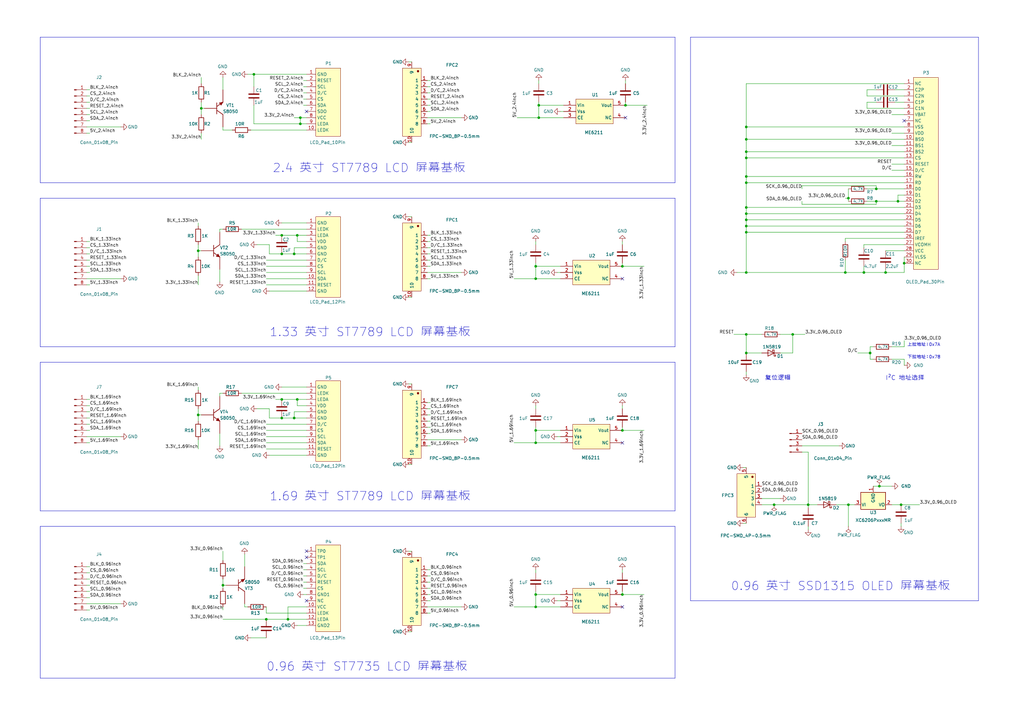
<source format=kicad_sch>
(kicad_sch (version 20230121) (generator eeschema)
  (paper "A3")
  (title_block (title "UINIO-Monitor") (date "2024-01-11") (rev "Version 3.2.1") (company "UinIO.com 电子技术实验室"))
  (lib_symbols
    (symbol "Connector:Conn_01x04_Pin" (pin_names (offset 1.016) hide)
      (property "Reference" "J" (at 0 5.08 0))
      (property "Value" "Conn_01x04_Pin" (at 0 -7.62 0))
      (symbol "Conn_01x04_Pin_1_1"
        (pin passive line (at 5.08 2.54 180) (length 3.81) (name "Pin_1") (number "1"))
        (pin passive line (at 5.08 0 180) (length 3.81) (name "Pin_2") (number "2"))
        (pin passive line (at 5.08 -2.54 180) (length 3.81) (name "Pin_3") (number "3"))
        (pin passive line (at 5.08 -5.08 180) (length 3.81) (name "Pin_4") (number "4"))
      )
    )
    (symbol "Connector:Conn_01x08_Pin" (pin_names (offset 1.016) hide)
      (property "Reference" "J" (at 0 10.16 0))
      (property "Value" "Conn_01x08_Pin" (at 0 -12.7 0))
      (symbol "Conn_01x08_Pin_1_1"
        (pin passive line (at 5.08 7.62 180) (length 3.81) (name "Pin_1") (number "1"))
        (pin passive line (at 5.08 5.08 180) (length 3.81) (name "Pin_2") (number "2"))
        (pin passive line (at 5.08 2.54 180) (length 3.81) (name "Pin_3") (number "3"))
        (pin passive line (at 5.08 0 180) (length 3.81) (name "Pin_4") (number "4"))
        (pin passive line (at 5.08 -2.54 180) (length 3.81) (name "Pin_5") (number "5"))
        (pin passive line (at 5.08 -5.08 180) (length 3.81) (name "Pin_6") (number "6"))
        (pin passive line (at 5.08 -7.62 180) (length 3.81) (name "Pin_7") (number "7"))
        (pin passive line (at 5.08 -10.16 180) (length 3.81) (name "Pin_8") (number "8"))
      )
    )
    (symbol "Device:C" (pin_numbers hide) (pin_names (offset 0.254))
      (property "Reference" "C" (at 0.635 2.54 0))
      (property "Value" "C" (at 0.635 -2.54 0))
      (symbol "C_1_1"
        (pin passive line (at 0 3.81 270) (length 2.794) (name "~") (number "1"))
        (pin passive line (at 0 -3.81 90) (length 2.794) (name "~") (number "2"))
      )
    )
    (symbol "Device:R" (pin_numbers hide) (pin_names (offset 0))
      (property "Reference" "R" (at 2.032 0 90))
      (property "Value" "R" (at 0 0 90))
      (symbol "R_1_1"
        (pin passive line (at 0 3.81 270) (length 1.27) (name "~") (number "1"))
        (pin passive line (at 0 -3.81 90) (length 1.27) (name "~") (number "2"))
      )
    )
    (symbol "Diode:1N5819" (pin_numbers hide) (pin_names (offset 1.016) hide)
      (property "Reference" "D" (at 0 2.54 0))
      (property "Value" "1N5819" (at 0 -2.54 0))
      (symbol "1N5819_1_1"
        (pin passive line (at -3.81 0 0) (length 2.54) (name "K") (number "1"))
        (pin passive line (at 3.81 0 180) (length 2.54) (name "A") (number "2"))
      )
    )
    (symbol "Regulator_Linear:XC6206PxxxMR" (pin_names (offset 0.254))
      (property "Reference" "U" (at -3.81 3.175 0))
      (property "Value" "XC6206PxxxMR" (at 0 3.175 0))
      (symbol "XC6206PxxxMR_1_1"
        (pin power_in line (at 0 -7.62 90) (length 2.54) (name "GND") (number "1"))
        (pin power_out line (at 7.62 0 180) (length 2.54) (name "VO") (number "2"))
        (pin power_in line (at -7.62 0 0) (length 2.54) (name "VI") (number "3"))
      )
    )
    (symbol "Uinio:FPC-SMD_4P-0.5mm"
      (property "Reference" "FPC" (at 0 22.86 0))
      (property "Value" "FPC-SMD_4P-0.5mm" (at 0 -12.7 0))
      (symbol "FPC-SMD_4P-0.5mm_1_1"
        (pin input line (at -6.35 8.89 0) (length 2.54) (name "1") (number "1"))
        (pin input line (at -6.35 6.35 0) (length 2.54) (name "2") (number "2"))
        (pin input line (at -6.35 3.81 0) (length 2.54) (name "3") (number "3"))
        (pin input line (at -6.35 1.27 0) (length 2.54) (name "4") (number "4"))
        (pin input line (at 0 16.51 270) (length 2.54) (name "5") (number "5"))
        (pin input line (at 0 -6.35 90) (length 2.54) (name "6") (number "6"))
      )
    )
    (symbol "Uinio:FPC-SMD_8P-0.5mm" (pin_names (offset 1.016))
      (property "Reference" "FPC" (at 2.54 -21.59 0))
      (property "Value" "FPC-SMD_8P-0.5mm" (at 2.54 21.59 0))
      (symbol "FPC-SMD_8P-0.5mm_1_1"
        (pin input line (at -3.81 8.89 0) (length 2.54) (name "1") (number "1"))
        (pin input line (at 2.54 -16.51 90) (length 2.54) (name "10") (number "10"))
        (pin input line (at -3.81 6.35 0) (length 2.54) (name "2") (number "2"))
        (pin input line (at -3.81 3.81 0) (length 2.54) (name "3") (number "3"))
        (pin input line (at -3.81 1.27 0) (length 2.54) (name "4") (number "4"))
        (pin input line (at -3.81 -1.27 0) (length 2.54) (name "5") (number "5"))
        (pin input line (at -3.81 -3.81 0) (length 2.54) (name "6") (number "6"))
        (pin input line (at -3.81 -6.35 0) (length 2.54) (name "7") (number "7"))
        (pin input line (at -3.81 -8.89 0) (length 2.54) (name "8") (number "8"))
        (pin input line (at 2.54 16.51 270) (length 2.54) (name "9") (number "9"))
      )
    )
    (symbol "Uinio:LCD_Pad_10Pin"
      (property "Reference" "P?" (at -1.27 19.05 0))
      (property "Value" "LCD_Pad_10Pin" (at -1.27 -11.43 0))
      (symbol "LCD_Pad_10Pin_1_0"
        (pin passive line (at -10.16 15.24 0) (length 3.81) (name "GND") (number "1"))
        (pin passive line (at -10.16 -7.62 0) (length 3.81) (name "LEDK") (number "10"))
        (pin passive line (at -10.16 12.7 0) (length 3.81) (name "RESET") (number "2"))
        (pin passive line (at -10.16 10.16 0) (length 3.81) (name "SCL") (number "3"))
        (pin passive line (at -10.16 7.62 0) (length 3.81) (name "D/C") (number "4"))
        (pin passive line (at -10.16 5.08 0) (length 3.81) (name "CS") (number "5"))
        (pin passive line (at -10.16 2.54 0) (length 3.81) (name "SDA") (number "6"))
        (pin passive line (at -10.16 0 0) (length 3.81) (name "SDO") (number "7"))
        (pin passive line (at -10.16 -2.54 0) (length 3.81) (name "VCC") (number "8"))
        (pin passive line (at -10.16 -5.08 0) (length 3.81) (name "LEDA") (number "9"))
      )
    )
    (symbol "Uinio:LCD_Pad_12Pin"
      (property "Reference" "P?" (at -5.08 17.78 0))
      (property "Value" "LCD_Pad_12Pin" (at -11.43 -17.78 0))
      (symbol "LCD_Pad_12Pin_1_0"
        (pin passive line (at -12.7 15.24 0) (length 3.81) (name "GND") (number "1"))
        (pin passive line (at -12.7 -7.62 0) (length 3.81) (name "SDA") (number "10"))
        (pin passive line (at -12.7 -10.16 0) (length 3.81) (name "RESET") (number "11"))
        (pin passive line (at -12.7 -12.7 0) (length 3.81) (name "GND") (number "12"))
        (pin passive line (at -12.7 12.7 0) (length 3.81) (name "LEDK") (number "2"))
        (pin passive line (at -12.7 10.16 0) (length 3.81) (name "LEDA") (number "3"))
        (pin passive line (at -12.7 7.62 0) (length 3.81) (name "VDD") (number "4"))
        (pin passive line (at -12.7 5.08 0) (length 3.81) (name "GND") (number "5"))
        (pin passive line (at -12.7 2.54 0) (length 3.81) (name "GND") (number "6"))
        (pin passive line (at -12.7 0 0) (length 3.81) (name "D/C") (number "7"))
        (pin passive line (at -12.7 -2.54 0) (length 3.81) (name "CS") (number "8"))
        (pin passive line (at -12.7 -5.08 0) (length 3.81) (name "SCL") (number "9"))
      )
    )
    (symbol "Uinio:LCD_Pad_13Pin"
      (property "Reference" "P?" (at -5.08 19.05 0))
      (property "Value" "LCD_Pad_13Pin" (at -11.43 -20.32 0))
      (symbol "LCD_Pad_13Pin_1_0"
        (pin passive line (at -12.7 15.24 0) (length 3.81) (name "TP0") (number "1"))
        (pin passive line (at -12.7 -7.62 0) (length 3.81) (name "VCC") (number "10"))
        (pin passive line (at -12.7 -10.16 0) (length 3.81) (name "LEDK") (number "11"))
        (pin passive line (at -12.7 -12.7 0) (length 3.81) (name "LEDA") (number "12"))
        (pin passive line (at -12.7 -15.24 0) (length 3.81) (name "GND2") (number "13"))
        (pin passive line (at -12.7 12.7 0) (length 3.81) (name "TP1") (number "2"))
        (pin passive line (at -12.7 10.16 0) (length 3.81) (name "SDA") (number "3"))
        (pin passive line (at -12.7 7.62 0) (length 3.81) (name "SCL") (number "4"))
        (pin passive line (at -12.7 5.08 0) (length 3.81) (name "D/C") (number "5"))
        (pin passive line (at -12.7 2.54 0) (length 3.81) (name "RESET") (number "6"))
        (pin passive line (at -12.7 0 0) (length 3.81) (name "CS") (number "7"))
        (pin passive line (at -12.7 -2.54 0) (length 3.81) (name "GND1") (number "8"))
        (pin passive line (at -12.7 -5.08 0) (length 3.81) (name "NC") (number "9"))
      )
    )
    (symbol "Uinio:ME6211"
      (property "Reference" "V1" (at 5.08 2.54 0))
      (property "Value" "ME6211" (at 5.08 -10.16 0))
      (symbol "ME6211_1_0"
        (pin passive line (at 0 0 0) (length 5.08) (name "Vin") (number "1"))
        (pin passive line (at 0 -2.54 0) (length 5.08) (name "Vss") (number "2"))
        (pin passive line (at 0 -5.08 0) (length 5.08) (name "CE") (number "3"))
        (pin passive line (at 25.4 -5.08 180) (length 5.08) (name "NC") (number "4"))
        (pin passive line (at 25.4 0 180) (length 5.08) (name "Vout") (number "5"))
      )
    )
    (symbol "Uinio:OLED_Pad_30Pin"
      (property "Reference" "P" (at 0 -1.27 0))
      (property "Value" "OLED_Pad_30Pin" (at 0 -86.36 0))
      (symbol "OLED_Pad_30Pin_1_1"
        (pin passive line (at -8.89 -6.35 0) (length 3.81) (name "NC") (number "1"))
        (pin passive line (at -8.89 -29.21 0) (length 3.81) (name "BS0") (number "10"))
        (pin passive line (at -8.89 -31.75 0) (length 3.81) (name "BS1") (number "11"))
        (pin passive line (at -8.89 -34.29 0) (length 3.81) (name "BS2") (number "12"))
        (pin passive line (at -8.89 -36.83 0) (length 3.81) (name "CS") (number "13"))
        (pin passive line (at -8.89 -39.37 0) (length 3.81) (name "RESET") (number "14"))
        (pin passive line (at -8.89 -41.91 0) (length 3.81) (name "D/C") (number "15"))
        (pin passive line (at -8.89 -44.45 0) (length 3.81) (name "RW") (number "16"))
        (pin passive line (at -8.89 -46.99 0) (length 3.81) (name "RD") (number "17"))
        (pin passive line (at -8.89 -49.53 0) (length 3.81) (name "D0") (number "18"))
        (pin passive line (at -8.89 -52.07 0) (length 3.81) (name "D1") (number "19"))
        (pin passive line (at -8.89 -8.89 0) (length 3.81) (name "C2P") (number "2"))
        (pin passive line (at -8.89 -54.61 0) (length 3.81) (name "D2") (number "20"))
        (pin passive line (at -8.89 -57.15 0) (length 3.81) (name "D3") (number "21"))
        (pin passive line (at -8.89 -59.69 0) (length 3.81) (name "D4") (number "22"))
        (pin passive line (at -8.89 -62.23 0) (length 3.81) (name "D5") (number "23"))
        (pin passive line (at -8.89 -64.77 0) (length 3.81) (name "D6") (number "24"))
        (pin passive line (at -8.89 -67.31 0) (length 3.81) (name "D7") (number "25"))
        (pin passive line (at -8.89 -69.85 0) (length 3.81) (name "IREF") (number "26"))
        (pin passive line (at -8.89 -72.39 0) (length 3.81) (name "VCOMH") (number "27"))
        (pin passive line (at -8.89 -74.93 0) (length 3.81) (name "VCC") (number "28"))
        (pin passive line (at -8.89 -77.47 0) (length 3.81) (name "VLSS") (number "29"))
        (pin passive line (at -8.89 -11.43 0) (length 3.81) (name "C2N") (number "3"))
        (pin passive line (at -8.89 -80.01 0) (length 3.81) (name "NC") (number "30"))
        (pin passive line (at -8.89 -13.97 0) (length 3.81) (name "C1P") (number "4"))
        (pin passive line (at -8.89 -16.51 0) (length 3.81) (name "C1N") (number "5"))
        (pin passive line (at -8.89 -19.05 0) (length 3.81) (name "VBAT") (number "6"))
        (pin passive line (at -8.89 -21.59 0) (length 3.81) (name "NC") (number "7"))
        (pin passive line (at -8.89 -24.13 0) (length 3.81) (name "VSS") (number "8"))
        (pin passive line (at -8.89 -26.67 0) (length 3.81) (name "VDD") (number "9"))
      )
    )
    (symbol "Uinio:S8050"
      (property "Reference" "VT1" (at -7.874 1.524 0))
      (property "Value" "S8050" (at -9.906 -2.286 0))
      (symbol "S8050_1_0"
        (pin passive line (at 5.08 0 180) (length 5.08) (name "B") (number "1"))
        (pin passive line (at -2.54 -7.62 90) (length 5.08) (name "E") (number "2"))
        (pin passive line (at -2.54 7.62 270) (length 5.08) (name "C") (number "3"))
      )
    )
    (symbol "power:GND" (power) (pin_names (offset 0))
      (property "Value" "GND" (at 0 -3.81 0))
      (symbol "GND_1_1"
        (pin power_in line (at 0 0 270) (length 0) hide (name "GND") (number "1"))
      )
    )
    (symbol "power:PWR_FLAG" (power) (pin_numbers hide) (pin_names (offset 0) hide)
      (property "Value" "PWR_FLAG" (at 0 3.81 0))
      (symbol "PWR_FLAG_0_0"
        (pin power_out line (at 0 0 90) (length 0) (name "pwr") (number "1"))
      )
    )
  )
  (junction (at 256.54 43.18))
  (junction (at 306.07 111.76))
  (junction (at 104.14 30.48))
  (junction (at 317.5 207.01))
  (junction (at 306.07 64.77))
  (junction (at 306.07 72.39))
  (junction (at 120.65 104.14))
  (junction (at 220.98 43.18))
  (junction (at 306.07 137.16))
  (junction (at 306.07 74.93))
  (junction (at 347.98 207.01))
  (junction (at 369.57 207.01))
  (junction (at 306.07 87.63))
  (junction (at 219.71 109.22))
  (junction (at 306.07 62.23))
  (junction (at 81.28 102.87))
  (junction (at 306.07 95.25))
  (junction (at 356.87 144.78))
  (junction (at 360.68 199.39))
  (junction (at 255.27 176.53))
  (junction (at 219.71 181.61))
  (junction (at 82.55 44.45))
  (junction (at 347.98 81.28))
  (junction (at 359.41 77.47))
  (junction (at 306.07 57.15))
  (junction (at 220.98 48.26))
  (junction (at 219.71 248.92))
  (junction (at 115.57 163.83))
  (junction (at 120.65 171.45))
  (junction (at 219.71 176.53))
  (junction (at 306.07 90.17))
  (junction (at 306.07 92.71))
  (junction (at 370.84 107.95))
  (junction (at 346.71 111.76))
  (junction (at 255.27 109.22))
  (junction (at 115.57 171.45))
  (junction (at 109.22 254))
  (junction (at 115.57 104.14))
  (junction (at 81.28 170.18))
  (junction (at 255.27 243.84))
  (junction (at 331.47 207.01))
  (junction (at 219.71 114.3))
  (junction (at 306.07 85.09))
  (junction (at 121.92 163.83))
  (junction (at 123.19 50.8))
  (junction (at 325.12 137.16))
  (junction (at 219.71 243.84))
  (junction (at 359.41 82.55))
  (junction (at 363.22 111.76))
  (junction (at 306.07 52.07))
  (junction (at 118.11 254))
  (junction (at 121.92 96.52))
  (junction (at 306.07 144.78))
  (junction (at 115.57 96.52))
  (junction (at 123.19 48.26))
  (junction (at 354.33 111.76))
  (junction (at 91.44 240.03))
  (junction (at 368.3 82.55))
  (no_connect (at 256.54 48.26))
  (no_connect (at 370.84 49.53))
  (no_connect (at 125.73 226.06))
  (no_connect (at 255.27 114.3))
  (no_connect (at 125.73 228.6))
  (no_connect (at 255.27 248.92))
  (no_connect (at 255.27 181.61))
  (no_connect (at 125.73 45.72))
  (no_connect (at 125.73 246.38))
  (wire (pts (xy 365.76 207.01) (xy 369.57 207.01)))
  (wire (pts (xy 367.03 36.83) (xy 370.84 36.83)))
  (wire (pts (xy 347.98 215.9) (xy 347.98 207.01)))
  (wire (pts (xy 368.3 82.55) (xy 370.84 82.55)))
  (wire (pts (xy 212.09 48.26) (xy 220.98 48.26)))
  (wire (pts (xy 368.3 80.01) (xy 370.84 80.01)))
  (wire (pts (xy 124.46 241.3) (xy 125.73 241.3)))
  (wire (pts (xy 219.71 109.22) (xy 219.71 114.3)))
  (wire (pts (xy 82.55 34.29) (xy 82.55 31.75)))
  (wire (pts (xy 365.76 46.99) (xy 370.84 46.99)))
  (polyline (pts (xy 276.86 74.93) (xy 276.86 15.24)))
  (wire (pts (xy 35.56 247.65) (xy 49.53 247.65)))
  (wire (pts (xy 304.8 191.77) (xy 306.07 191.77)))
  (wire (pts (xy 328.93 76.2) (xy 328.93 77.47)))
  (wire (pts (xy 328.93 83.82) (xy 359.41 83.82)))
  (wire (pts (xy 82.55 44.45) (xy 83.82 44.45)))
  (wire (pts (xy 124.46 38.1) (xy 125.73 38.1)))
  (wire (pts (xy 110.49 186.69) (xy 125.73 186.69)))
  (wire (pts (xy 121.92 256.54) (xy 125.73 256.54)))
  (wire (pts (xy 91.44 241.3) (xy 91.44 240.03)))
  (wire (pts (xy 306.07 52.07) (xy 370.84 52.07)))
  (wire (pts (xy 120.65 48.26) (xy 123.19 48.26)))
  (wire (pts (xy 367.03 41.91) (xy 370.84 41.91)))
  (wire (pts (xy 110.49 171.45) (xy 115.57 171.45)))
  (wire (pts (xy 351.79 144.78) (xy 356.87 144.78)))
  (wire (pts (xy 176.53 251.46) (xy 175.26 251.46)))
  (wire (pts (xy 109.22 116.84) (xy 125.73 116.84)))
  (wire (pts (xy 90.17 93.98) (xy 91.44 93.98)))
  (wire (pts (xy 81.28 113.03) (xy 81.28 116.84)))
  (wire (pts (xy 110.49 104.14) (xy 110.49 100.33)))
  (wire (pts (xy 363.22 111.76) (xy 370.84 111.76)))
  (polyline (pts (xy 16.51 148.59) (xy 276.86 148.59)))
  (wire (pts (xy 365.76 142.24) (xy 370.84 142.24)))
  (wire (pts (xy 368.3 82.55) (xy 368.3 80.01)))
  (wire (pts (xy 81.28 158.75) (xy 81.28 160.02)))
  (wire (pts (xy 347.98 207.01) (xy 350.52 207.01)))
  (wire (pts (xy 228.6 179.07) (xy 229.87 179.07)))
  (wire (pts (xy 167.64 226.06) (xy 168.91 226.06)))
  (wire (pts (xy 320.04 137.16) (xy 325.12 137.16)))
  (wire (pts (xy 36.83 240.03) (xy 35.56 240.03)))
  (wire (pts (xy 306.07 64.77) (xy 306.07 72.39)))
  (wire (pts (xy 36.83 36.83) (xy 35.56 36.83)))
  (wire (pts (xy 115.57 163.83) (xy 121.92 163.83)))
  (wire (pts (xy 91.44 240.03) (xy 91.44 237.49)))
  (wire (pts (xy 36.83 245.11) (xy 35.56 245.11)))
  (wire (pts (xy 255.27 242.57) (xy 255.27 243.84)))
  (wire (pts (xy 328.93 182.88) (xy 344.17 182.88)))
  (wire (pts (xy 36.83 173.99) (xy 35.56 173.99)))
  (wire (pts (xy 120.65 168.91) (xy 120.65 171.45)))
  (wire (pts (xy 306.07 34.29) (xy 306.07 52.07)))
  (wire (pts (xy 363.22 102.87) (xy 370.84 102.87)))
  (wire (pts (xy 109.22 106.68) (xy 125.73 106.68)))
  (wire (pts (xy 302.26 111.76) (xy 306.07 111.76)))
  (wire (pts (xy 370.84 44.45) (xy 355.6 44.45)))
  (wire (pts (xy 229.87 45.72) (xy 231.14 45.72)))
  (wire (pts (xy 347.98 81.28) (xy 347.98 82.55)))
  (wire (pts (xy 365.76 59.69) (xy 370.84 59.69)))
  (wire (pts (xy 90.17 110.49) (xy 90.17 115.57)))
  (wire (pts (xy 102.87 261.62) (xy 109.22 261.62)))
  (wire (pts (xy 124.46 238.76) (xy 125.73 238.76)))
  (wire (pts (xy 304.8 214.63) (xy 306.07 214.63)))
  (wire (pts (xy 355.6 77.47) (xy 359.41 77.47)))
  (wire (pts (xy 370.84 111.76) (xy 370.84 107.95)))
  (wire (pts (xy 105.41 100.33) (xy 110.49 100.33)))
  (wire (pts (xy 219.71 176.53) (xy 219.71 181.61)))
  (wire (pts (xy 256.54 33.02) (xy 256.54 34.29)))
  (wire (pts (xy 176.53 167.64) (xy 175.26 167.64)))
  (wire (pts (xy 359.41 82.55) (xy 368.3 82.55)))
  (wire (pts (xy 123.19 48.26) (xy 123.19 50.8)))
  (wire (pts (xy 36.83 232.41) (xy 35.56 232.41)))
  (wire (pts (xy 124.46 233.68) (xy 125.73 233.68)))
  (wire (pts (xy 120.65 101.6) (xy 120.65 104.14)))
  (wire (pts (xy 176.53 177.8) (xy 175.26 177.8)))
  (wire (pts (xy 121.92 99.06) (xy 125.73 99.06)))
  (wire (pts (xy 256.54 41.91) (xy 256.54 43.18)))
  (wire (pts (xy 306.07 90.17) (xy 370.84 90.17)))
  (wire (pts (xy 90.17 162.56) (xy 90.17 161.29)))
  (wire (pts (xy 220.98 41.91) (xy 220.98 43.18)))
  (wire (pts (xy 219.71 181.61) (xy 229.87 181.61)))
  (wire (pts (xy 109.22 181.61) (xy 125.73 181.61)))
  (wire (pts (xy 176.53 246.38) (xy 175.26 246.38)))
  (wire (pts (xy 110.49 119.38) (xy 125.73 119.38)))
  (wire (pts (xy 369.57 214.63) (xy 369.57 215.9)))
  (wire (pts (xy 115.57 104.14) (xy 120.65 104.14)))
  (wire (pts (xy 220.98 33.02) (xy 220.98 34.29)))
  (polyline (pts (xy 276.86 215.9) (xy 276.86 278.13)))
  (wire (pts (xy 36.83 163.83) (xy 35.56 163.83)))
  (wire (pts (xy 219.71 243.84) (xy 229.87 243.84)))
  (wire (pts (xy 91.44 52.07) (xy 91.44 53.34)))
  (wire (pts (xy 36.83 116.84) (xy 35.56 116.84)))
  (wire (pts (xy 82.55 44.45) (xy 82.55 41.91)))
  (wire (pts (xy 369.57 207.01) (xy 377.19 207.01)))
  (wire (pts (xy 363.22 110.49) (xy 363.22 111.76)))
  (wire (pts (xy 109.22 184.15) (xy 125.73 184.15)))
  (wire (pts (xy 306.07 87.63) (xy 370.84 87.63)))
  (wire (pts (xy 124.46 236.22) (xy 125.73 236.22)))
  (wire (pts (xy 121.92 166.37) (xy 125.73 166.37)))
  (wire (pts (xy 81.28 102.87) (xy 81.28 105.41)))
  (wire (pts (xy 356.87 144.78) (xy 356.87 147.32)))
  (wire (pts (xy 176.53 114.3) (xy 175.26 114.3)))
  (wire (pts (xy 35.56 114.3) (xy 49.53 114.3)))
  (wire (pts (xy 306.07 74.93) (xy 370.84 74.93)))
  (wire (pts (xy 104.14 43.18) (xy 104.14 50.8)))
  (wire (pts (xy 306.07 90.17) (xy 306.07 92.71)))
  (wire (pts (xy 36.83 39.37) (xy 35.56 39.37)))
  (wire (pts (xy 115.57 158.75) (xy 125.73 158.75)))
  (wire (pts (xy 115.57 91.44) (xy 125.73 91.44)))
  (wire (pts (xy 219.71 242.57) (xy 219.71 243.84)))
  (wire (pts (xy 220.98 48.26) (xy 231.14 48.26)))
  (wire (pts (xy 36.83 176.53) (xy 35.56 176.53)))
  (wire (pts (xy 359.41 82.55) (xy 359.41 83.82)))
  (wire (pts (xy 365.76 54.61) (xy 370.84 54.61)))
  (wire (pts (xy 175.26 180.34) (xy 189.23 180.34)))
  (wire (pts (xy 255.27 243.84) (xy 264.16 243.84)))
  (polyline (pts (xy 16.51 215.9) (xy 276.86 215.9)))
  (polyline (pts (xy 16.51 81.28) (xy 276.86 81.28)))
  (wire (pts (xy 176.53 40.64) (xy 175.26 40.64)))
  (wire (pts (xy 120.65 168.91) (xy 125.73 168.91)))
  (wire (pts (xy 104.14 50.8) (xy 123.19 50.8)))
  (wire (pts (xy 331.47 207.01) (xy 331.47 208.28)))
  (wire (pts (xy 100.33 248.92) (xy 101.6 248.92)))
  (wire (pts (xy 124.46 231.14) (xy 125.73 231.14)))
  (wire (pts (xy 370.84 139.7) (xy 370.84 142.24)))
  (wire (pts (xy 168.91 190.5) (xy 167.64 190.5)))
  (polyline (pts (xy 276.86 278.13) (xy 16.51 278.13)))
  (wire (pts (xy 113.03 163.83) (xy 115.57 163.83)))
  (wire (pts (xy 81.28 100.33) (xy 81.28 102.87)))
  (wire (pts (xy 91.44 36.83) (xy 91.44 31.75)))
  (wire (pts (xy 255.27 233.68) (xy 255.27 234.95)))
  (wire (pts (xy 109.22 179.07) (xy 125.73 179.07)))
  (wire (pts (xy 168.91 259.08) (xy 167.64 259.08)))
  (wire (pts (xy 36.83 101.6) (xy 35.56 101.6)))
  (wire (pts (xy 91.44 250.19) (xy 91.44 248.92)))
  (wire (pts (xy 113.03 96.52) (xy 115.57 96.52)))
  (polyline (pts (xy 16.51 215.9) (xy 16.51 278.13)))
  (polyline (pts (xy 276.86 142.24) (xy 16.51 142.24)))
  (wire (pts (xy 317.5 207.01) (xy 331.47 207.01)))
  (polyline (pts (xy 16.51 74.93) (xy 276.86 74.93)))
  (wire (pts (xy 121.92 99.06) (xy 121.92 96.52)))
  (wire (pts (xy 328.93 82.55) (xy 328.93 83.82)))
  (wire (pts (xy 176.53 33.02) (xy 175.26 33.02)))
  (wire (pts (xy 100.33 247.65) (xy 100.33 248.92)))
  (wire (pts (xy 370.84 147.32) (xy 370.84 149.86)))
  (polyline (pts (xy 276.86 81.28) (xy 276.86 142.24)))
  (wire (pts (xy 306.07 95.25) (xy 306.07 111.76)))
  (wire (pts (xy 91.44 53.34) (xy 95.25 53.34)))
  (wire (pts (xy 118.11 254) (xy 125.73 254)))
  (wire (pts (xy 36.83 104.14) (xy 35.56 104.14)))
  (polyline (pts (xy 283.21 15.24) (xy 401.32 15.24)))
  (wire (pts (xy 365.76 67.31) (xy 370.84 67.31)))
  (wire (pts (xy 255.27 175.26) (xy 255.27 176.53)))
  (wire (pts (xy 256.54 43.18) (xy 265.43 43.18)))
  (wire (pts (xy 176.53 170.18) (xy 175.26 170.18)))
  (wire (pts (xy 346.71 97.79) (xy 370.84 97.79)))
  (wire (pts (xy 109.22 114.3) (xy 125.73 114.3)))
  (wire (pts (xy 36.83 46.99) (xy 35.56 46.99)))
  (wire (pts (xy 90.17 177.8) (xy 90.17 182.88)))
  (wire (pts (xy 36.83 49.53) (xy 35.56 49.53)))
  (wire (pts (xy 36.83 237.49) (xy 35.56 237.49)))
  (wire (pts (xy 110.49 171.45) (xy 110.49 167.64)))
  (wire (pts (xy 120.65 104.14) (xy 125.73 104.14)))
  (wire (pts (xy 90.17 95.25) (xy 90.17 93.98)))
  (wire (pts (xy 306.07 137.16) (xy 312.42 137.16)))
  (wire (pts (xy 100.33 232.41) (xy 100.33 227.33)))
  (wire (pts (xy 342.9 207.01) (xy 347.98 207.01)))
  (wire (pts (xy 36.83 41.91) (xy 35.56 41.91)))
  (wire (pts (xy 176.53 50.8) (xy 175.26 50.8)))
  (wire (pts (xy 306.07 85.09) (xy 306.07 87.63)))
  (wire (pts (xy 355.6 82.55) (xy 359.41 82.55)))
  (wire (pts (xy 210.82 248.92) (xy 219.71 248.92)))
  (wire (pts (xy 36.83 181.61) (xy 35.56 181.61)))
  (wire (pts (xy 109.22 248.92) (xy 109.22 251.46)))
  (wire (pts (xy 355.6 36.83) (xy 355.6 39.37)))
  (wire (pts (xy 255.27 107.95) (xy 255.27 109.22)))
  (wire (pts (xy 320.04 144.78) (xy 325.12 144.78)))
  (wire (pts (xy 176.53 236.22) (xy 175.26 236.22)))
  (wire (pts (xy 306.07 92.71) (xy 306.07 95.25)))
  (wire (pts (xy 220.98 43.18) (xy 220.98 48.26)))
  (wire (pts (xy 306.07 72.39) (xy 306.07 74.93)))
  (wire (pts (xy 306.07 62.23) (xy 306.07 64.77)))
  (wire (pts (xy 346.71 81.28) (xy 347.98 81.28)))
  (wire (pts (xy 219.71 176.53) (xy 229.87 176.53)))
  (wire (pts (xy 306.07 111.76) (xy 346.71 111.76)))
  (wire (pts (xy 109.22 251.46) (xy 125.73 251.46)))
  (wire (pts (xy 306.07 52.07) (xy 306.07 57.15)))
  (wire (pts (xy 358.14 199.39) (xy 360.68 199.39)))
  (wire (pts (xy 175.26 48.26) (xy 189.23 48.26)))
  (wire (pts (xy 101.6 30.48) (xy 104.14 30.48)))
  (wire (pts (xy 359.41 77.47) (xy 370.84 77.47)))
  (wire (pts (xy 306.07 64.77) (xy 370.84 64.77)))
  (wire (pts (xy 118.11 248.92) (xy 118.11 254)))
  (wire (pts (xy 124.46 33.02) (xy 125.73 33.02)))
  (wire (pts (xy 82.55 44.45) (xy 82.55 46.99)))
  (wire (pts (xy 219.71 175.26) (xy 219.71 176.53)))
  (wire (pts (xy 104.14 30.48) (xy 125.73 30.48)))
  (wire (pts (xy 167.64 25.4) (xy 168.91 25.4)))
  (wire (pts (xy 356.87 142.24) (xy 356.87 144.78)))
  (wire (pts (xy 109.22 176.53) (xy 125.73 176.53)))
  (wire (pts (xy 370.84 105.41) (xy 370.84 107.95)))
  (wire (pts (xy 176.53 101.6) (xy 175.26 101.6)))
  (wire (pts (xy 355.6 41.91) (xy 359.41 41.91)))
  (wire (pts (xy 91.44 254) (xy 109.22 254)))
  (wire (pts (xy 91.44 240.03) (xy 92.71 240.03)))
  (polyline (pts (xy 283.21 15.24) (xy 283.21 246.38)))
  (wire (pts (xy 306.07 87.63) (xy 306.07 90.17)))
  (wire (pts (xy 124.46 35.56) (xy 125.73 35.56)))
  (wire (pts (xy 118.11 248.92) (xy 125.73 248.92)))
  (wire (pts (xy 109.22 111.76) (xy 125.73 111.76)))
  (wire (pts (xy 36.83 234.95) (xy 35.56 234.95)))
  (polyline (pts (xy 276.86 148.59) (xy 276.86 209.55)))
  (wire (pts (xy 109.22 173.99) (xy 125.73 173.99)))
  (wire (pts (xy 81.28 170.18) (xy 82.55 170.18)))
  (wire (pts (xy 104.14 30.48) (xy 104.14 35.56)))
  (wire (pts (xy 167.64 88.9) (xy 168.91 88.9)))
  (wire (pts (xy 36.83 242.57) (xy 35.56 242.57)))
  (wire (pts (xy 81.28 102.87) (xy 82.55 102.87)))
  (wire (pts (xy 306.07 62.23) (xy 370.84 62.23)))
  (wire (pts (xy 36.83 54.61) (xy 35.56 54.61)))
  (wire (pts (xy 176.53 106.68) (xy 175.26 106.68)))
  (wire (pts (xy 220.98 43.18) (xy 231.14 43.18)))
  (polyline (pts (xy 16.51 148.59) (xy 16.51 209.55)))
  (wire (pts (xy 176.53 241.3) (xy 175.26 241.3)))
  (wire (pts (xy 347.98 77.47) (xy 347.98 81.28)))
  (wire (pts (xy 346.71 111.76) (xy 354.33 111.76)))
  (wire (pts (xy 175.26 111.76) (xy 189.23 111.76)))
  (wire (pts (xy 312.42 207.01) (xy 317.5 207.01)))
  (wire (pts (xy 82.55 57.15) (xy 82.55 54.61)))
  (wire (pts (xy 36.83 166.37) (xy 35.56 166.37)))
  (wire (pts (xy 123.19 48.26) (xy 125.73 48.26)))
  (wire (pts (xy 36.83 168.91) (xy 35.56 168.91)))
  (wire (pts (xy 331.47 207.01) (xy 335.28 207.01)))
  (wire (pts (xy 360.68 199.39) (xy 365.76 199.39)))
  (wire (pts (xy 306.07 144.78) (xy 306.07 137.16)))
  (wire (pts (xy 306.07 57.15) (xy 306.07 62.23)))
  (wire (pts (xy 81.28 167.64) (xy 81.28 170.18)))
  (wire (pts (xy 176.53 104.14) (xy 175.26 104.14)))
  (wire (pts (xy 210.82 181.61) (xy 219.71 181.61)))
  (wire (pts (xy 346.71 106.68) (xy 346.71 111.76)))
  (wire (pts (xy 176.53 38.1) (xy 175.26 38.1)))
  (wire (pts (xy 355.6 41.91) (xy 355.6 44.45)))
  (wire (pts (xy 35.56 179.07) (xy 49.53 179.07)))
  (wire (pts (xy 36.83 106.68) (xy 35.56 106.68)))
  (wire (pts (xy 325.12 137.16) (xy 330.2 137.16)))
  (wire (pts (xy 91.44 229.87) (xy 91.44 226.06)))
  (wire (pts (xy 356.87 147.32) (xy 358.14 147.32)))
  (wire (pts (xy 306.07 57.15) (xy 370.84 57.15)))
  (wire (pts (xy 176.53 43.18) (xy 175.26 43.18)))
  (wire (pts (xy 90.17 161.29) (xy 91.44 161.29)))
  (wire (pts (xy 99.06 93.98) (xy 125.73 93.98)))
  (wire (pts (xy 255.27 109.22) (xy 264.16 109.22)))
  (wire (pts (xy 355.6 36.83) (xy 359.41 36.83)))
  (wire (pts (xy 219.71 107.95) (xy 219.71 109.22)))
  (wire (pts (xy 36.83 109.22) (xy 35.56 109.22)))
  (polyline (pts (xy 401.32 246.38) (xy 283.21 246.38)))
  (polyline (pts (xy 16.51 81.28) (xy 16.51 142.24)))
  (wire (pts (xy 359.41 76.2) (xy 359.41 77.47)))
  (wire (pts (xy 354.33 101.6) (xy 354.33 100.33)))
  (wire (pts (xy 109.22 254) (xy 118.11 254)))
  (wire (pts (xy 36.83 111.76) (xy 35.56 111.76)))
  (wire (pts (xy 176.53 182.88) (xy 175.26 182.88)))
  (wire (pts (xy 124.46 40.64) (xy 125.73 40.64)))
  (wire (pts (xy 176.53 238.76) (xy 175.26 238.76)))
  (wire (pts (xy 110.49 104.14) (xy 115.57 104.14)))
  (wire (pts (xy 356.87 142.24) (xy 358.14 142.24)))
  (wire (pts (xy 219.71 114.3) (xy 229.87 114.3)))
  (wire (pts (xy 365.76 69.85) (xy 370.84 69.85)))
  (wire (pts (xy 219.71 109.22) (xy 229.87 109.22)))
  (wire (pts (xy 306.07 92.71) (xy 370.84 92.71)))
  (wire (pts (xy 36.83 250.19) (xy 35.56 250.19)))
  (wire (pts (xy 306.07 95.25) (xy 370.84 95.25)))
  (wire (pts (xy 99.06 161.29) (xy 125.73 161.29)))
  (wire (pts (xy 121.92 166.37) (xy 121.92 163.83)))
  (wire (pts (xy 219.71 243.84) (xy 219.71 248.92)))
  (wire (pts (xy 121.92 96.52) (xy 125.73 96.52)))
  (wire (pts (xy 176.53 45.72) (xy 175.26 45.72)))
  (wire (pts (xy 219.71 166.37) (xy 219.71 167.64)))
  (wire (pts (xy 167.64 157.48) (xy 168.91 157.48)))
  (wire (pts (xy 36.83 171.45) (xy 35.56 171.45)))
  (wire (pts (xy 354.33 109.22) (xy 354.33 111.76)))
  (wire (pts (xy 176.53 172.72) (xy 175.26 172.72)))
  (wire (pts (xy 124.46 43.18) (xy 125.73 43.18)))
  (wire (pts (xy 306.07 144.78) (xy 312.42 144.78)))
  (wire (pts (xy 102.87 53.34) (xy 125.73 53.34)))
  (wire (pts (xy 176.53 243.84) (xy 175.26 243.84)))
  (wire (pts (xy 306.07 74.93) (xy 306.07 85.09)))
  (wire (pts (xy 81.28 180.34) (xy 81.28 184.15)))
  (wire (pts (xy 210.82 114.3) (xy 219.71 114.3)))
  (polyline (pts (xy 276.86 209.55) (xy 16.51 209.55)))
  (wire (pts (xy 255.27 166.37) (xy 255.27 167.64)))
  (wire (pts (xy 81.28 170.18) (xy 81.28 172.72)))
  (wire (pts (xy 176.53 165.1) (xy 175.26 165.1)))
  (wire (pts (xy 81.28 91.44) (xy 81.28 92.71)))
  (polyline (pts (xy 16.51 15.24) (xy 276.86 15.24)))
  (wire (pts (xy 255.27 176.53) (xy 264.16 176.53)))
  (wire (pts (xy 115.57 171.45) (xy 120.65 171.45)))
  (wire (pts (xy 124.46 243.84) (xy 125.73 243.84)))
  (wire (pts (xy 306.07 152.4) (xy 306.07 153.67)))
  (wire (pts (xy 123.19 50.8) (xy 125.73 50.8)))
  (wire (pts (xy 331.47 185.42) (xy 331.47 207.01)))
  (wire (pts (xy 328.93 76.2) (xy 359.41 76.2)))
  (wire (pts (xy 228.6 111.76) (xy 229.87 111.76)))
  (polyline (pts (xy 16.51 15.24) (xy 16.51 74.93)))
  (wire (pts (xy 219.71 248.92) (xy 229.87 248.92)))
  (wire (pts (xy 312.42 204.47) (xy 320.04 204.47)))
  (wire (pts (xy 105.41 167.64) (xy 110.49 167.64)))
  (wire (pts (xy 109.22 109.22) (xy 125.73 109.22)))
  (wire (pts (xy 370.84 34.29) (xy 306.07 34.29)))
  (wire (pts (xy 36.83 44.45) (xy 35.56 44.45)))
  (wire (pts (xy 306.07 72.39) (xy 370.84 72.39)))
  (wire (pts (xy 346.71 99.06) (xy 346.71 97.79)))
  (wire (pts (xy 354.33 100.33) (xy 370.84 100.33)))
  (wire (pts (xy 370.84 39.37) (xy 355.6 39.37)))
  (wire (pts (xy 120.65 171.45) (xy 125.73 171.45)))
  (wire (pts (xy 168.91 58.42) (xy 167.64 58.42)))
  (wire (pts (xy 228.6 246.38) (xy 229.87 246.38)))
  (wire (pts (xy 255.27 99.06) (xy 255.27 100.33)))
  (polyline (pts (xy 401.32 15.24) (xy 401.32 246.38)))
  (wire (pts (xy 175.26 248.92) (xy 189.23 248.92)))
  (wire (pts (xy 168.91 121.92) (xy 167.64 121.92)))
  (wire (pts (xy 331.47 215.9) (xy 331.47 217.17)))
  (wire (pts (xy 365.76 147.32) (xy 370.84 147.32)))
  (wire (pts (xy 219.71 99.06) (xy 219.71 100.33)))
  (wire (pts (xy 120.65 101.6) (xy 125.73 101.6)))
  (wire (pts (xy 328.93 185.42) (xy 331.47 185.42)))
  (wire (pts (xy 176.53 96.52) (xy 175.26 96.52)))
  (wire (pts (xy 36.83 99.06) (xy 35.56 99.06)))
  (wire (pts (xy 354.33 111.76) (xy 363.22 111.76)))
  (wire (pts (xy 35.56 52.07) (xy 49.53 52.07)))
  (wire (pts (xy 176.53 175.26) (xy 175.26 175.26)))
  (wire (pts (xy 306.07 85.09) (xy 370.84 85.09)))
  (wire (pts (xy 176.53 109.22) (xy 175.26 109.22)))
  (wire (pts (xy 300.99 137.16) (xy 306.07 137.16)))
  (wire (pts (xy 115.57 96.52) (xy 121.92 96.52)))
  (wire (pts (xy 176.53 233.68) (xy 175.26 233.68)))
  (wire (pts (xy 219.71 233.68) (xy 219.71 234.95)))
  (wire (pts (xy 176.53 99.06) (xy 175.26 99.06)))
  (wire (pts (xy 121.92 163.83) (xy 125.73 163.83)))
  (wire (pts (xy 176.53 35.56) (xy 175.26 35.56)))
  (wire (pts (xy 325.12 144.78) (xy 325.12 137.16)))
  (text "复位逻辑" (at 313.69 156.21 0) (effects (font (size 1.778 1.778)) (justify left bottom)))
  (text "0.96 英寸 SSD1315 OLED 屏幕基板" (at 299.72 242.57 0) (effects (font (size 3.5 3.5)) (justify left bottom)))
  (text "1.69 英寸 ST7789 LCD 屏幕基板" (at 110.49 205.74 0) (effects (font (size 3.5 3.5)) (justify left bottom)))
  (text "1.33 英寸 ST7789 LCD 屏幕基板" (at 110.49 138.43 0) (effects (font (size 3.5 3.5)) (justify left bottom)))
  (text "上拉地址：0x7A" (at 372.11 142.24 0) (effects (font (size 1.27 1.27)) (justify left bottom)))
  (text "I²C 地址选择" (at 363.22 156.21 0) (effects (font (size 1.778 1.778)) (justify left bottom)))
  (text "2.4 英寸 ST7789 LCD 屏幕基板" (at 111.76 71.12 0) (effects (font (size 3.5 3.5)) (justify left bottom)))
  (text "下拉地址：0x78" (at 372.11 147.32 0) (effects (font (size 1.27 1.27)) (justify left bottom)))
  (text "0.96 英寸 ST7735 LCD 屏幕基板" (at 109.22 275.59 0) (effects (font (size 3.5 3.5)) (justify left bottom)))
  (label "CS_0.96inch" (at 176.53 236.22 0))
  (label "D{slash}C_2.4inch" (at 124.46 38.1 180))
  (label "RESET_1.33inch" (at 109.22 116.84 180))
  (label "RESET_2.4inch" (at 124.46 33.02 180))
  (label "3.3V_1.33inch" (at 264.16 109.22 270))
  (label "SCL_2.4inch" (at 124.46 35.56 180))
  (label "SDA_0.96_OLED" (at 328.93 82.55 180))
  (label "D{slash}C_1.69inch" (at 109.22 173.99 180))
  (label "5V_2.4inch" (at 212.09 48.26 90))
  (label "5V_2.4inch" (at 176.53 50.8 0))
  (label "D{slash}C_1.69inch" (at 176.53 170.18 0))
  (label "SDA_2.4inch" (at 36.83 49.53 0))
  (label "BLK_1.33inch" (at 81.28 91.44 180))
  (label "3.3V_0.96_OLED" (at 365.76 54.61 180))
  (label "CS_2.4inch" (at 176.53 35.56 0))
  (label "5V_1.33inch" (at 176.53 114.3 0))
  (label "SDA_1.33inch" (at 176.53 109.22 0))
  (label "D{slash}C" (at 365.76 69.85 180))
  (label "5V_1.69inch" (at 176.53 182.88 0))
  (label "SCL_0.96inch" (at 36.83 242.57 0))
  (label "RESET_1.33inch" (at 176.53 104.14 0))
  (label "5V_1.33inch" (at 210.82 114.3 90))
  (label "3.3V_0.96inch" (at 91.44 226.06 180))
  (label "CS_1.33inch" (at 176.53 99.06 0))
  (label "SDA_1.33inch" (at 109.22 114.3 180))
  (label "D{slash}C_2.4inch" (at 36.83 41.91 0))
  (label "BLK_1.33inch" (at 36.83 99.06 0))
  (label "D{slash}C_1.33inch" (at 109.22 106.68 180))
  (label "3.3V_1.69inch" (at 81.28 184.15 180))
  (label "BLK_0.96inch" (at 176.53 233.68 0))
  (label "SDA_2.4inch" (at 176.53 45.72 0))
  (label "BLK_1.69inch" (at 176.53 165.1 0))
  (label "SCK_0.96_OLED" (at 328.93 177.8 0))
  (label "5V_2.4inch" (at 36.83 54.61 0))
  (label "CS_2.4inch" (at 124.46 40.64 180))
  (label "5V_1.69inch" (at 210.82 181.61 90))
  (label "CS_0.96inch" (at 124.46 241.3 180))
  (label "BLK_1.69inch" (at 36.83 163.83 0))
  (label "RESET_0.96inch" (at 124.46 238.76 180))
  (label "SDA_1.69inch" (at 109.22 181.61 180))
  (label "BLK_2.4inch" (at 36.83 36.83 0))
  (label "3.3V_0.96_OLED" (at 346.71 81.28 180))
  (label "3.3V_1.69inch" (at 264.16 176.53 270))
  (label "5V_1.69inch" (at 36.83 181.61 0))
  (label "SCL_1.33inch" (at 36.83 109.22 0))
  (label "BLK_0.96inch" (at 91.44 250.19 180))
  (label "RESET_2.4inch" (at 36.83 44.45 0))
  (label "SDA_0.96inch" (at 124.46 231.14 180))
  (label "D{slash}C" (at 351.79 144.78 180))
  (label "SDA_2.4inch" (at 124.46 43.18 180))
  (label "3.3V_0.96_OLED" (at 330.2 137.16 0))
  (label "BLK_1.33inch" (at 176.53 96.52 0))
  (label "D{slash}C_1.69inch" (at 36.83 168.91 0))
  (label "SCL_2.4inch" (at 176.53 43.18 0))
  (label "3.3V_0.96inch" (at 264.16 243.84 270))
  (label "3.3V_2.4inch" (at 265.43 43.18 270))
  (label "RESET_1.69inch" (at 109.22 184.15 180))
  (label "SDA_0.96_OLED" (at 312.42 201.93 0))
  (label "3.3V_1.33inch" (at 113.03 96.52 180))
  (label "SDA_0.96_OLED" (at 328.93 180.34 0))
  (label "RESET" (at 365.76 67.31 180))
  (label "SCL_1.69inch" (at 109.22 179.07 180))
  (label "RESET_2.4inch" (at 176.53 40.64 0))
  (label "SDA_1.33inch" (at 36.83 111.76 0))
  (label "3.3V_0.96inch" (at 91.44 254 180))
  (label "5V_1.33inch" (at 36.83 116.84 0))
  (label "CS_2.4inch" (at 36.83 39.37 0))
  (label "3.3V_0.96_OLED" (at 365.76 59.69 180))
  (label "D{slash}C_1.33inch" (at 36.83 104.14 0))
  (label "3.3V_1.33inch" (at 81.28 116.84 180))
  (label "RESET" (at 300.99 137.16 180))
  (label "SCL_1.69inch" (at 176.53 175.26 0))
  (label "SDA_0.96inch" (at 36.83 245.11 0))
  (label "D{slash}C_1.33inch" (at 176.53 101.6 0))
  (label "3.3V_0.96_OLED" (at 370.84 139.7 0))
  (label "CS_1.33inch" (at 36.83 101.6 0))
  (label "3.3V_0.96_OLED" (at 365.76 46.99 180))
  (label "SDA_0.96inch" (at 176.53 246.38 0))
  (label "RESET_0.96inch" (at 36.83 240.03 0))
  (label "D{slash}C_0.96inch" (at 176.53 238.76 0))
  (label "BLK_2.4inch" (at 82.55 31.75 180))
  (label "SCL_0.96inch" (at 124.46 233.68 180))
  (label "SCL_0.96inch" (at 176.53 243.84 0))
  (label "SCL_1.33inch" (at 109.22 111.76 180))
  (label "3.3V_2.4inch" (at 120.65 48.26 180))
  (label "3.3V_1.69inch" (at 113.03 163.83 180))
  (label "D{slash}C_0.96inch" (at 124.46 236.22 180))
  (label "D{slash}C_0.96inch" (at 36.83 237.49 0))
  (label "SDA_1.69inch" (at 36.83 176.53 0))
  (label "SCK_0.96_OLED" (at 328.93 77.47 180))
  (label "D{slash}C_2.4inch" (at 176.53 38.1 0))
  (label "3.3V_0.96_OLED" (at 377.19 207.01 0))
  (label "CS_1.69inch" (at 36.83 166.37 0))
  (label "RESET_1.33inch" (at 36.83 106.68 0))
  (label "SCL_1.69inch" (at 36.83 173.99 0))
  (label "RESET_1.69inch" (at 36.83 171.45 0))
  (label "SDA_1.69inch" (at 176.53 177.8 0))
  (label "CS_1.69inch" (at 109.22 176.53 180))
  (label "CS_1.33inch" (at 109.22 109.22 180))
  (label "3.3V_2.4inch" (at 82.55 57.15 180))
  (label "5V_0.96inch" (at 36.83 250.19 0))
  (label "RESET_0.96inch" (at 176.53 241.3 0))
  (label "CS_0.96inch" (at 36.83 234.95 0))
  (label "SCL_2.4inch" (at 36.83 46.99 0))
  (label "BLK_2.4inch" (at 176.53 33.02 0))
  (label "SCK_0.96_OLED" (at 312.42 199.39 0))
  (label "BLK_0.96inch" (at 36.83 232.41 0))
  (label "5V_0.96inch" (at 210.82 248.92 90))
  (label "BLK_1.69inch" (at 81.28 158.75 180))
  (label "CS_1.69inch" (at 176.53 167.64 0))
  (label "5V_0.96inch" (at 176.53 251.46 0))
  (label "RESET_1.69inch" (at 176.53 172.72 0))
  (label "SCL_1.33inch" (at 176.53 106.68 0))
  (symbol (lib_id "power:GND") (at 167.64 25.4 270) (mirror x) (unit 1)
    (property "Reference" "#PWR020" (effects hide))
    (property "Value" "GND" (at 165.1 25.4 90) (effects (justify right)))
  )
  (symbol (lib_id "Uinio:S8050") (at 97.79 240.03 180) (unit 1)
    (property "Reference" "VT3" (at 100.33 241.3 0) (effects (justify right)))
    (property "Value" "S8050" (at 100.33 238.76 0) (effects (justify right)))
    (property "Footprint" "Uinio:SOT-23-3_L2.9-W1.6-P1.90-LS2.9-BL" (effects hide))
  )
  (symbol (lib_id "Device:C") (at 369.57 210.82 0) (unit 1)
    (property "Reference" "C8" (at 370.84 208.28 0) (effects (justify left)))
    (property "Value" "1uF" (at 370.84 213.36 0) (effects (justify left)))
    (property "Footprint" "Capacitor_SMD:C_0402_1005Metric" (effects hide))
  )
  (symbol (lib_id "power:GND") (at 105.41 167.64 270) (unit 1)
    (property "Reference" "#PWR038" (effects hide))
    (property "Value" "GND" (at 102.235 167.64 90) (effects (justify right)))
  )
  (symbol (lib_id "Connector:Conn_01x04_Pin") (at 323.85 180.34 0) (unit 1)
    (property "Reference" "J3" (at 336.55 173.99 0))
    (property "Value" "Conn_01x04_Pin" (at 341.63 187.96 0))
    (property "Footprint" "Connector_PinHeader_2.54mm:PinHeader_1x04_P2.54mm_Vertical" (effects hide))
  )
  (symbol (lib_id "Device:C") (at 219.71 238.76 0) (unit 1)
    (property "Reference" "C15" (at 222.758 238.887 0) (effects (justify left)))
    (property "Value" "1uF" (at 212.852 238.887 0) (effects (justify left)))
    (property "Footprint" "Capacitor_SMD:C_0402_1005Metric" (effects hide))
  )
  (symbol (lib_id "Uinio:LCD_Pad_12Pin") (at 138.43 106.68 0) (unit 1)
    (property "Reference" "P2" (at 133.35 87.63 0) (effects (justify left)))
    (property "Value" "LCD_Pad_12Pin" (at 127 123.825 0) (effects (justify left)))
    (property "Footprint" "Uinio:LCD_Pad_12Pin" (effects hide))
  )
  (symbol (lib_id "Device:C") (at 115.57 167.64 180) (unit 1)
    (property "Reference" "C9" (at 118.618 165.608 0) (effects (justify left)))
    (property "Value" "1uF" (at 119.38 169.926 0) (effects (justify left)))
    (property "Footprint" "Capacitor_SMD:C_0603_1608Metric" (effects hide))
  )
  (symbol (lib_id "power:GND") (at 304.8 191.77 270) (mirror x) (unit 1)
    (property "Reference" "#PWR022" (effects hide))
    (property "Value" "GND" (at 302.26 191.77 90) (effects (justify right)))
  )
  (symbol (lib_id "power:GND") (at 219.71 233.68 0) (mirror x) (unit 1)
    (property "Reference" "#PWR031" (effects hide))
    (property "Value" "GND" (at 221.742 229.362 0) (effects (justify right)))
  )
  (symbol (lib_id "power:GND") (at 121.92 256.54 270) (unit 1)
    (property "Reference" "#PWR027" (effects hide))
    (property "Value" "GND" (at 119.38 256.54 90) (effects (justify right)))
  )
  (symbol (lib_id "Device:C") (at 104.14 39.37 180) (unit 1)
    (property "Reference" "C1" (at 107.569 37.084 0) (effects (justify left)))
    (property "Value" "1uF" (at 107.95 41.91 0) (effects (justify left)))
    (property "Footprint" "Capacitor_SMD:C_0603_1608Metric" (effects hide))
  )
  (symbol (lib_id "Device:R") (at 95.25 161.29 90) (unit 1)
    (property "Reference" "R17" (at 96.52 158.75 90) (effects (justify left)))
    (property "Value" "10R" (at 97.028 161.29 90) (effects (justify left)))
    (property "Footprint" "Resistor_SMD:R_0603_1608Metric" (effects hide))
  )
  (symbol (lib_id "Diode:1N5819") (at 339.09 207.01 180) (unit 1)
    (property "Reference" "D2" (at 342.9 208.28 0))
    (property "Value" "1N5819" (at 339.4075 204.47 0))
    (property "Footprint" "Diode_SMD:D_SOD-323F" (effects hide))
    (property "Datasheet" "http://www.vishay.com/docs/88525/1n5817.pdf" (effects hide))
  )
  (symbol (lib_id "power:GND") (at 256.54 33.02 0) (mirror x) (unit 1)
    (property "Reference" "#PWR011" (effects hide))
    (property "Value" "GND" (at 258.572 28.702 0) (effects (justify right)))
  )
  (symbol (lib_id "power:GND") (at 228.6 179.07 270) (unit 1)
    (property "Reference" "#PWR044" (effects hide))
    (property "Value" "GND" (at 221.615 179.07 90) (effects (justify left)))
  )
  (symbol (lib_id "Device:C") (at 363.22 41.91 90) (unit 1)
    (property "Reference" "C13" (at 368.3 40.767 90) (effects (justify left)))
    (property "Value" "1uF" (at 361.95 40.64 90) (effects (justify left)))
    (property "Footprint" "Capacitor_SMD:C_0402_1005Metric" (effects hide))
  )
  (symbol (lib_id "Uinio:LCD_Pad_13Pin") (at 138.43 241.3 0) (unit 1)
    (property "Reference" "P4" (at 133.35 222.25 0) (effects (justify left)))
    (property "Value" "LCD_Pad_13Pin" (at 127 261.62 0) (effects (justify left)))
    (property "Footprint" "Uinio:LCD_Pad_13Pin" (effects hide))
  )
  (symbol (lib_id "power:GND") (at 102.87 261.62 270) (unit 1)
    (property "Reference" "#PWR026" (effects hide))
    (property "Value" "GND" (at 100.33 261.62 90) (effects (justify right)))
  )
  (symbol (lib_id "Device:R") (at 99.06 53.34 90) (mirror x) (unit 1)
    (property "Reference" "R6" (at 100.33 55.88 90) (effects (justify left)))
    (property "Value" "10R" (at 100.33 50.8 90) (effects (justify left)))
    (property "Footprint" "Resistor_SMD:R_0603_1608Metric" (effects hide))
  )
  (symbol (lib_id "Device:R") (at 81.28 109.22 180) (unit 1)
    (property "Reference" "R4" (at 79.502 109.22 0) (effects (justify left)))
    (property "Value" "10K" (at 86.36 109.22 0) (effects (justify left)))
    (property "Footprint" "Resistor_SMD:R_0603_1608Metric" (effects hide))
  )
  (symbol (lib_id "Device:R") (at 105.41 248.92 90) (mirror x) (unit 1)
    (property "Reference" "R13" (at 106.68 251.46 90) (effects (justify left)))
    (property "Value" "10R" (at 107.188 248.92 90) (effects (justify left)))
    (property "Footprint" "Resistor_SMD:R_0402_1005Metric" (effects hide))
  )
  (symbol (lib_id "Device:R") (at 361.95 147.32 90) (unit 1)
    (property "Reference" "R20" (at 369.57 148.59 90) (effects (justify left)))
    (property "Value" "4.7K" (at 364.49 147.32 90) (effects (justify left)))
    (property "Footprint" "Resistor_SMD:R_0402_1005Metric" (effects hide))
  )
  (symbol (lib_id "Device:R") (at 95.25 93.98 90) (unit 1)
    (property "Reference" "R5" (at 96.52 91.44 90) (effects (justify left)))
    (property "Value" "10R" (at 97.028 93.98 90) (effects (justify left)))
    (property "Footprint" "Resistor_SMD:R_0603_1608Metric" (effects hide))
  )
  (symbol (lib_id "Device:R") (at 82.55 38.1 0) (mirror y) (unit 1)
    (property "Reference" "R1" (at 86.36 38.1 0) (effects (justify left)))
    (property "Value" "1K" (at 81.28 38.1 0) (effects (justify left)))
    (property "Footprint" "Resistor_SMD:R_0603_1608Metric" (effects hide))
  )
  (symbol (lib_id "power:GND") (at 304.8 214.63 270) (mirror x) (unit 1)
    (property "Reference" "#PWR023" (effects hide))
    (property "Value" "GND" (at 302.26 214.63 90) (effects (justify right)))
  )
  (symbol (lib_id "power:GND") (at 115.57 158.75 270) (unit 1)
    (property "Reference" "#PWR040" (effects hide))
    (property "Value" "GND" (at 112.395 158.75 90) (effects (justify right)))
  )
  (symbol (lib_id "Device:C") (at 256.54 38.1 0) (unit 1)
    (property "Reference" "C5" (at 259.588 38.227 0) (effects (justify left)))
    (property "Value" "1uF" (at 249.682 38.227 0) (effects (justify left)))
    (property "Footprint" "Capacitor_SMD:C_0603_1608Metric" (effects hide))
  )
  (symbol (lib_id "Uinio:S8050") (at 87.63 102.87 0) (mirror y) (unit 1)
    (property "Reference" "VT2" (at 90.17 101.6 0) (effects (justify right)))
    (property "Value" "S8050" (at 90.17 104.14 0) (effects (justify right)))
    (property "Footprint" "Uinio:SOT-23-3_L2.9-W1.6-P1.90-LS2.9-BL" (effects hide))
  )
  (symbol (lib_id "power:GND") (at 167.64 88.9 270) (mirror x) (unit 1)
    (property "Reference" "#PWR018" (effects hide))
    (property "Value" "GND" (at 165.1 88.9 90) (effects (justify right)))
  )
  (symbol (lib_id "power:GND") (at 365.76 199.39 90) (unit 1)
    (property "Reference" "#PWR035" (effects hide))
    (property "Value" "GND" (at 369.57 199.3899 90) (effects (justify right)))
  )
  (symbol (lib_id "power:GND") (at 302.26 111.76 270) (mirror x) (unit 1)
    (property "Reference" "#PWR013" (effects hide))
    (property "Value" "GND" (at 298.45 111.76 90) (effects (justify right)))
  )
  (symbol (lib_id "Device:C") (at 255.27 104.14 0) (unit 1)
    (property "Reference" "C6" (at 258.318 104.267 0) (effects (justify left)))
    (property "Value" "1uF" (at 248.412 104.267 0) (effects (justify left)))
    (property "Footprint" "Capacitor_SMD:C_0603_1608Metric" (effects hide))
  )
  (symbol (lib_id "Uinio:LCD_Pad_12Pin") (at 138.43 173.99 0) (unit 1)
    (property "Reference" "P5" (at 133.35 154.94 0) (effects (justify left)))
    (property "Value" "LCD_Pad_12Pin" (at 127 191.135 0) (effects (justify left)))
    (property "Footprint" "Uinio:LCD_Pad_12Pin" (effects hide))
  )
  (symbol (lib_id "Device:R") (at 351.79 77.47 90) (unit 1)
    (property "Reference" "R7" (at 358.14 78.74 90) (effects (justify left)))
    (property "Value" "4.7K" (at 354.33 77.47 90) (effects (justify left)))
    (property "Footprint" "Resistor_SMD:R_0402_1005Metric" (effects hide))
  )
  (symbol (lib_id "Device:C") (at 363.22 36.83 90) (unit 1)
    (property "Reference" "C12" (at 368.3 35.687 90) (effects (justify left)))
    (property "Value" "1uF" (at 361.95 35.56 90) (effects (justify left)))
    (property "Footprint" "Capacitor_SMD:C_0402_1005Metric" (effects hide))
  )
  (symbol (lib_id "power:GND") (at 124.46 243.84 270) (unit 1)
    (property "Reference" "#PWR028" (effects hide))
    (property "Value" "GND" (at 120.65 243.84 90) (effects (justify right)))
  )
  (symbol (lib_id "power:GND") (at 91.44 31.75 0) (mirror x) (unit 1)
    (property "Reference" "#PWR01" (effects hide))
    (property "Value" "GND" (at 93.345 27.305 0) (effects (justify right)))
  )
  (symbol (lib_id "Device:C") (at 306.07 148.59 0) (unit 1)
    (property "Reference" "C19" (at 308.61 148.59 0) (effects (justify left)))
    (property "Value" "10uF" (at 298.45 148.59 0) (effects (justify left)))
    (property "Footprint" "Capacitor_SMD:C_0402_1005Metric" (effects hide))
  )
  (symbol (lib_id "power:GND") (at 167.64 190.5 270) (mirror x) (unit 1)
    (property "Reference" "#PWR042" (effects hide))
    (property "Value" "GND" (at 165.1 190.5 90) (effects (justify right)))
  )
  (symbol (lib_id "Device:R") (at 346.71 102.87 180) (unit 1)
    (property "Reference" "R10" (at 345.313 105.791 90) (effects (justify left)))
    (property "Value" "910K" (at 346.71 100.33 90) (effects (justify left)))
    (property "Footprint" "Resistor_SMD:R_0402_1005Metric" (effects hide))
  )
  (symbol (lib_id "Uinio:FPC-SMD_4P-0.5mm") (at 306.07 208.28 0) (mirror y) (unit 1)
    (property "Reference" "FPC3" (at 300.99 203.2 0) (effects (justify left)))
    (property "Value" "FPC-SMD_4P-0.5mm" (at 316.23 219.71 0) (effects (justify left)))
    (property "Footprint" "Uinio:FPC-SMD_4P-P0.5" (effects hide))
  )
  (symbol (lib_id "power:GND") (at 167.64 259.08 270) (mirror x) (unit 1)
    (property "Reference" "#PWR058" (effects hide))
    (property "Value" "GND" (at 165.1 259.08 90) (effects (justify right)))
  )
  (symbol (lib_id "power:GND") (at 105.41 100.33 270) (unit 1)
    (property "Reference" "#PWR04" (effects hide))
    (property "Value" "GND" (at 102.235 100.33 90) (effects (justify right)))
  )
  (symbol (lib_id "Connector:Conn_01x08_Pin") (at 30.48 44.45 0) (unit 1)
    (property "Reference" "J2" (at 40.64 31.75 0))
    (property "Value" "Conn_01x08_Pin" (at 40.64 58.42 0))
    (property "Footprint" "Connector_PinHeader_2.54mm:PinHeader_1x08_P2.54mm_Vertical" (effects hide))
  )
  (symbol (lib_id "power:GND") (at 255.27 233.68 0) (mirror x) (unit 1)
    (property "Reference" "#PWR033" (effects hide))
    (property "Value" "GND" (at 257.302 229.362 0) (effects (justify right)))
  )
  (symbol (lib_id "power:GND") (at 90.17 182.88 0) (unit 1)
    (property "Reference" "#PWR037" (effects hide))
    (property "Value" "GND" (at 92.075 187.325 0) (effects (justify right)))
  )
  (symbol (lib_id "Device:R") (at 81.28 163.83 180) (unit 1)
    (property "Reference" "R15" (at 79.502 164.084 0) (effects (justify left)))
    (property "Value" "1K" (at 85.344 164.084 0) (effects (justify left)))
    (property "Footprint" "Resistor_SMD:R_0603_1608Metric" (effects hide))
  )
  (symbol (lib_id "Device:R") (at 361.95 142.24 90) (unit 1)
    (property "Reference" "R19" (at 369.57 140.97 90) (effects (justify left)))
    (property "Value" "4.7K" (at 364.49 142.24 90) (effects (justify left)))
    (property "Footprint" "Resistor_SMD:R_0402_1005Metric" (effects hide))
  )
  (symbol (lib_id "Uinio:FPC-SMD_8P-0.5mm") (at 171.45 242.57 0) (mirror y) (unit 1)
    (property "Reference" "FPC4" (at 187.96 227.33 0) (effects (justify left)))
    (property "Value" "FPC-SMD_8P-0.5mm" (at 196.85 256.54 0) (effects (justify left)))
    (property "Footprint" "Uinio:FPC-SMD_8P-P0.5" (effects hide))
    (property "SuppliersPartNumber" "C9900011879" (effects hide))
    (property "uuid" "std:ded756c1a4944eb6a18660aa3f59834a" (effects hide))
  )
  (symbol (lib_id "power:GND") (at 167.64 226.06 270) (mirror x) (unit 1)
    (property "Reference" "#PWR057" (effects hide))
    (property "Value" "GND" (at 165.1 226.06 90) (effects (justify right)))
  )
  (symbol (lib_id "power:GND") (at 220.98 33.02 0) (mirror x) (unit 1)
    (property "Reference" "#PWR07" (effects hide))
    (property "Value" "GND" (at 223.012 28.702 0) (effects (justify right)))
  )
  (symbol (lib_id "Device:R") (at 82.55 50.8 0) (mirror y) (unit 1)
    (property "Reference" "R2" (at 86.36 50.8 0) (effects (justify left)))
    (property "Value" "10K" (at 81.28 50.8 0) (effects (justify left)))
    (property "Footprint" "Resistor_SMD:R_0603_1608Metric" (effects hide))
  )
  (symbol (lib_id "power:PWR_FLAG") (at 347.98 215.9 180) (unit 1)
    (property "Reference" "#FLG01" (effects hide))
    (property "Value" "PWR_FLAG" (at 348.234 219.456 0))
  )
  (symbol (lib_id "Device:C") (at 115.57 100.33 180) (unit 1)
    (property "Reference" "C2" (at 118.618 98.298 0) (effects (justify left)))
    (property "Value" "1uF" (at 119.38 102.616 0) (effects (justify left)))
    (property "Footprint" "Capacitor_SMD:C_0603_1608Metric" (effects hide))
  )
  (symbol (lib_id "Uinio:ME6211") (at 229.87 176.53 0) (unit 1)
    (property "Reference" "U5" (at 242.824 172.212 0))
    (property "Value" "ME6211" (at 242.316 187.706 0))
    (property "Footprint" "Uinio:SOT-23-5_L3.0-W1.7-P0.95-LS2.8-BR" (effects hide))
    (property "BOM名称" "低功耗LDO" (effects hide))
  )
  (symbol (lib_id "Uinio:OLED_Pad_30Pin") (at 379.73 27.94 0) (unit 1)
    (property "Reference" "P3" (at 378.46 29.845 0) (effects (justify left)))
    (property "Value" "OLED_Pad_30Pin" (at 371.475 115.57 0) (effects (justify left)))
    (property "Footprint" "Uinio:OLED_Pad_30Pin" (effects hide))
  )
  (symbol (lib_id "Uinio:ME6211") (at 231.14 43.18 0) (unit 1)
    (property "Reference" "U1" (at 244.094 38.862 0))
    (property "Value" "ME6211" (at 243.586 54.356 0))
    (property "Footprint" "Uinio:SOT-23-5_L3.0-W1.7-P0.95-LS2.8-BR" (effects hide))
    (property "BOM名称" "低功耗LDO" (effects hide))
  )
  (symbol (lib_id "Uinio:ME6211") (at 229.87 243.84 0) (unit 1)
    (property "Reference" "U4" (at 242.824 239.522 0))
    (property "Value" "ME6211" (at 242.316 255.016 0))
    (property "Footprint" "Uinio:SOT-23-5_L3.0-W1.7-P0.95-LS2.8-BR" (effects hide))
    (property "BOM名称" "低功耗LDO" (effects hide))
  )
  (symbol (lib_id "power:GND") (at 90.17 115.57 0) (unit 1)
    (property "Reference" "#PWR02" (effects hide))
    (property "Value" "GND" (at 92.075 120.015 0) (effects (justify right)))
  )
  (symbol (lib_id "power:GND") (at 344.17 182.88 90) (unit 1)
    (property "Reference" "#PWR034" (effects hide))
    (property "Value" "GND" (at 346.71 182.88 90) (effects (justify right)))
  )
  (symbol (lib_id "power:PWR_FLAG") (at 317.5 207.01 180) (unit 1)
    (property "Reference" "#FLG0101" (effects hide))
    (property "Value" "PWR_FLAG" (at 317.754 210.566 0))
  )
  (symbol (lib_id "Uinio:FPC-SMD_8P-0.5mm") (at 171.45 41.91 0) (mirror y) (unit 1)
    (property "Reference" "FPC2" (at 187.96 26.67 0) (effects (justify left)))
    (property "Value" "FPC-SMD_8P-0.5mm" (at 196.85 55.88 0) (effects (justify left)))
    (property "Footprint" "Uinio:FPC-SMD_8P-P0.5" (effects hide))
    (property "SuppliersPartNumber" "C9900011879" (effects hide))
    (property "uuid" "std:ded756c1a4944eb6a18660aa3f59834a" (effects hide))
  )
  (symbol (lib_id "Regulator_Linear:XC6206PxxxMR") (at 358.14 207.01 0) (mirror x) (unit 1)
    (property "Reference" "U3" (at 358.14 210.185 0))
    (property "Value" "XC6206PxxxMR" (at 358.14 213.36 0))
    (property "Footprint" "Package_TO_SOT_SMD:SOT-23-3" (effects hide))
    (property "Datasheet" "https://www.torexsemi.com/file/xc6206/XC6206.pdf" (effects hide))
  )
  (symbol (lib_id "power:GND") (at 255.27 99.06 0) (mirror x) (unit 1)
    (property "Reference" "#PWR012" (effects hide))
    (property "Value" "GND" (at 257.302 94.742 0) (effects (justify right)))
  )
  (symbol (lib_id "power:GND") (at 100.33 227.33 0) (mirror x) (unit 1)
    (property "Reference" "#PWR025" (effects hide))
    (property "Value" "GND" (at 102.235 222.885 0) (effects (justify right)))
  )
  (symbol (lib_id "power:GND") (at 167.64 58.42 270) (mirror x) (unit 1)
    (property "Reference" "#PWR021" (effects hide))
    (property "Value" "GND" (at 165.1 58.42 90) (effects (justify right)))
  )
  (symbol (lib_id "power:GND") (at 219.71 166.37 0) (mirror x) (unit 1)
    (property "Reference" "#PWR043" (effects hide))
    (property "Value" "GND" (at 221.742 162.052 0) (effects (justify right)))
  )
  (symbol (lib_id "power:GND") (at 228.6 246.38 270) (unit 1)
    (property "Reference" "#PWR032" (effects hide))
    (property "Value" "GND" (at 221.615 246.38 90) (effects (justify left)))
  )
  (symbol (lib_id "Device:C") (at 219.71 104.14 0) (unit 1)
    (property "Reference" "C4" (at 222.758 104.267 0) (effects (justify left)))
    (property "Value" "1uF" (at 212.852 104.267 0) (effects (justify left)))
    (property "Footprint" "Capacitor_SMD:C_0603_1608Metric" (effects hide))
  )
  (symbol (lib_id "Connector:Conn_01x08_Pin") (at 30.48 171.45 0) (unit 1)
    (property "Reference" "J7" (at 40.64 158.75 0))
    (property "Value" "Conn_01x08_Pin" (at 40.64 185.42 0))
    (property "Footprint" "Connector_PinHeader_2.54mm:PinHeader_1x08_P2.54mm_Vertical" (effects hide))
  )
  (symbol (lib_id "Device:C") (at 255.27 238.76 0) (unit 1)
    (property "Reference" "C16" (at 258.318 238.887 0) (effects (justify left)))
    (property "Value" "1uF" (at 248.412 238.887 0) (effects (justify left)))
    (property "Footprint" "Capacitor_SMD:C_0402_1005Metric" (effects hide))
  )
  (symbol (lib_id "power:GND") (at 229.87 45.72 270) (unit 1)
    (property "Reference" "#PWR09" (effects hide))
    (property "Value" "GND" (at 222.885 45.72 90) (effects (justify left)))
  )
  (symbol (lib_id "power:GND") (at 49.53 179.07 90) (unit 1)
    (property "Reference" "#PWR055" (effects hide))
    (property "Value" "GND" (at 56.515 179.07 90) (effects (justify left)))
  )
  (symbol (lib_id "Uinio:FPC-SMD_8P-0.5mm") (at 171.45 105.41 0) (mirror y) (unit 1)
    (property "Reference" "FPC1" (at 187.96 90.17 0) (effects (justify left)))
    (property "Value" "FPC-SMD_8P-0.5mm" (at 196.85 119.38 0) (effects (justify left)))
    (property "Footprint" "Uinio:FPC-SMD_8P-P0.5" (effects hide))
    (property "SuppliersPartNumber" "C9900011879" (effects hide))
    (property "uuid" "std:ded756c1a4944eb6a18660aa3f59834a" (effects hide))
  )
  (symbol (lib_id "power:GND") (at 189.23 180.34 90) (unit 1)
    (property "Reference" "#PWR054" (effects hide))
    (property "Value" "GND" (at 196.215 180.34 90) (effects (justify left)))
  )
  (symbol (lib_id "power:GND") (at 189.23 248.92 90) (unit 1)
    (property "Reference" "#PWR059" (effects hide))
    (property "Value" "GND" (at 196.215 248.92 90) (effects (justify left)))
  )
  (symbol (lib_id "power:GND") (at 306.07 153.67 0) (mirror y) (unit 1)
    (property "Reference" "#PWR029" (effects hide))
    (property "Value" "GND" (at 307.34 156.21 0) (effects (justify right)))
  )
  (symbol (lib_id "power:GND") (at 255.27 166.37 0) (mirror x) (unit 1)
    (property "Reference" "#PWR045" (effects hide))
    (property "Value" "GND" (at 257.302 162.052 0) (effects (justify right)))
  )
  (symbol (lib_id "power:GND") (at 110.49 186.69 270) (unit 1)
    (property "Reference" "#PWR039" (effects hide))
    (property "Value" "GND" (at 107.315 186.69 90) (effects (justify right)))
  )
  (symbol (lib_id "Device:C") (at 220.98 38.1 0) (unit 1)
    (property "Reference" "C3" (at 224.028 38.227 0) (effects (justify left)))
    (property "Value" "1uF" (at 214.122 38.227 0) (effects (justify left)))
    (property "Footprint" "Capacitor_SMD:C_0603_1608Metric" (effects hide))
  )
  (symbol (lib_id "power:GND") (at 49.53 247.65 90) (unit 1)
    (property "Reference" "#PWR056" (effects hide))
    (property "Value" "GND" (at 56.515 247.65 90) (effects (justify left)))
  )
  (symbol (lib_id "Device:C") (at 255.27 171.45 0) (unit 1)
    (property "Reference" "C18" (at 258.318 171.577 0) (effects (justify left)))
    (property "Value" "1uF" (at 248.412 171.577 0) (effects (justify left)))
    (property "Footprint" "Capacitor_SMD:C_0603_1608Metric" (effects hide))
  )
  (symbol (lib_id "power:GND") (at 189.23 111.76 90) (unit 1)
    (property "Reference" "#PWR053" (effects hide))
    (property "Value" "GND" (at 196.215 111.76 90) (effects (justify left)))
  )
  (symbol (lib_id "Diode:1N5819") (at 316.23 144.78 180) (unit 1)
    (property "Reference" "D1" (at 320.04 146.05 0))
    (property "Value" "1N5819" (at 316.5475 142.24 0))
    (property "Footprint" "Diode_SMD:D_SOD-323F" (effects hide))
    (property "Datasheet" "http://www.vishay.com/docs/88525/1n5817.pdf" (effects hide))
  )
  (symbol (lib_id "Device:R") (at 81.28 176.53 180) (unit 1)
    (property "Reference" "R16" (at 79.502 176.53 0) (effects (justify left)))
    (property "Value" "10K" (at 86.36 176.53 0) (effects (justify left)))
    (property "Footprint" "Resistor_SMD:R_0603_1608Metric" (effects hide))
  )
  (symbol (lib_id "Uinio:LCD_Pad_10Pin") (at 135.89 45.72 0) (unit 1)
    (property "Reference" "P1" (at 133.35 26.035 0) (effects (justify left)))
    (property "Value" "LCD_Pad_10Pin" (at 127 58.42 0) (effects (justify left)))
    (property "Footprint" "Uinio:LCD_Pad_10Pin" (effects hide))
  )
  (symbol (lib_id "power:GND") (at 189.23 48.26 90) (unit 1)
    (property "Reference" "#PWR050" (effects hide))
    (property "Value" "GND" (at 196.215 48.26 90) (effects (justify left)))
  )
  (symbol (lib_id "power:GND") (at 228.6 111.76 270) (unit 1)
    (property "Reference" "#PWR010" (effects hide))
    (property "Value" "GND" (at 221.615 111.76 90) (effects (justify left)))
  )
  (symbol (lib_id "Device:C") (at 109.22 257.81 0) (unit 1)
    (property "Reference" "C14" (at 111.76 257.81 0) (effects (justify left)))
    (property "Value" "1uF" (at 102.87 257.81 0) (effects (justify left)))
    (property "Footprint" "Capacitor_SMD:C_0402_1005Metric" (effects hide))
  )
  (symbol (lib_id "Device:C") (at 219.71 171.45 0) (unit 1)
    (property "Reference" "C17" (at 222.758 171.577 0) (effects (justify left)))
    (property "Value" "1uF" (at 212.852 171.577 0) (effects (justify left)))
    (property "Footprint" "Capacitor_SMD:C_0603_1608Metric" (effects hide))
  )
  (symbol (lib_id "power:GND") (at 167.64 157.48 270) (mirror x) (unit 1)
    (property "Reference" "#PWR041" (effects hide))
    (property "Value" "GND" (at 165.1 157.48 90) (effects (justify right)))
  )
  (symbol (lib_id "power:GND") (at 219.71 99.06 0) (mirror x) (unit 1)
    (property "Reference" "#PWR08" (effects hide))
    (property "Value" "GND" (at 221.742 94.742 0) (effects (justify right)))
  )
  (symbol (lib_id "power:GND") (at 101.6 30.48 270) (mirror x) (unit 1)
    (property "Reference" "#PWR03" (effects hide))
    (property "Value" "GND" (at 99.06 30.48 90) (effects (justify right)))
  )
  (symbol (lib_id "Device:R") (at 351.79 82.55 90) (unit 1)
    (property "Reference" "R8" (at 358.14 81.28 90) (effects (justify left)))
    (property "Value" "4.7K" (at 354.33 82.55 90) (effects (justify left)))
    (property "Footprint" "Resistor_SMD:R_0402_1005Metric" (effects hide))
  )
  (symbol (lib_id "Device:C") (at 354.33 105.41 0) (unit 1)
    (property "Reference" "C10" (at 354.33 102.87 0) (effects (justify left)))
    (property "Value" "4.7uF" (at 354.33 109.22 0) (effects (justify left)))
    (property "Footprint" "Capacitor_SMD:C_0402_1005Metric" (effects hide))
  )
  (symbol (lib_id "Device:R") (at 91.44 245.11 0) (mirror y) (unit 1)
    (property "Reference" "R12" (at 89.662 244.856 0) (effects (justify left)))
    (property "Value" "1K" (at 95.504 244.856 0) (effects (justify left)))
    (property "Footprint" "Resistor_SMD:R_0402_1005Metric" (effects hide))
  )
  (symbol (lib_id "power:GND") (at 370.84 149.86 90) (mirror x) (unit 1)
    (property "Reference" "#PWR030" (effects hide))
    (property "Value" "GND" (at 374.65 149.86 90) (effects (justify right)))
  )
  (symbol (lib_id "power:GND") (at 320.04 204.47 90) (unit 1)
    (property "Reference" "#PWR024" (effects hide))
    (property "Value" "GND" (at 322.58 204.47 90) (effects (justify right)))
  )
  (symbol (lib_id "Device:C") (at 331.47 212.09 0) (unit 1)
    (property "Reference" "C7" (at 332.74 214.63 0) (effects (justify left)))
    (property "Value" "0.1uF" (at 325.12 214.63 0) (effects (justify left)))
    (property "Footprint" "Capacitor_SMD:C_0402_1005Metric" (effects hide))
  )
  (symbol (lib_id "power:GND") (at 49.53 114.3 90) (unit 1)
    (property "Reference" "#PWR052" (effects hide))
    (property "Value" "GND" (at 56.515 114.3 90) (effects (justify left)))
  )
  (symbol (lib_id "power:PWR_FLAG") (at 360.68 199.39 0) (unit 1)
    (property "Reference" "#FLG0102" (effects hide))
    (property "Value" "PWR_FLAG" (at 360.426 195.834 0))
  )
  (symbol (lib_id "Device:R") (at 91.44 233.68 0) (mirror y) (unit 1)
    (property "Reference" "R11" (at 89.662 233.68 0) (effects (justify left)))
    (property "Value" "10K" (at 96.52 233.68 0) (effects (justify left)))
    (property "Footprint" "Resistor_SMD:R_0402_1005Metric" (effects hide))
  )
  (symbol (lib_id "Uinio:S8050") (at 87.63 170.18 0) (mirror y) (unit 1)
    (property "Reference" "VT4" (at 90.17 168.91 0) (effects (justify right)))
    (property "Value" "S8050" (at 90.17 171.45 0) (effects (justify right)))
    (property "Footprint" "Uinio:SOT-23-3_L2.9-W1.6-P1.90-LS2.9-BL" (effects hide))
  )
  (symbol (lib_id "Connector:Conn_01x08_Pin") (at 30.48 106.68 0) (unit 1)
    (property "Reference" "J1" (at 40.64 93.98 0))
    (property "Value" "Conn_01x08_Pin" (at 40.64 120.65 0))
    (property "Footprint" "Connector_PinHeader_2.54mm:PinHeader_1x08_P2.54mm_Vertical" (effects hide))
  )
  (symbol (lib_id "power:GND") (at 110.49 119.38 270) (unit 1)
    (property "Reference" "#PWR05" (effects hide))
    (property "Value" "GND" (at 107.315 119.38 90) (effects (justify right)))
  )
  (symbol (lib_id "Uinio:S8050") (at 88.9 44.45 180) (unit 1)
    (property "Reference" "VT1" (at 92.71 43.18 0) (effects (justify right)))
    (property "Value" "S8050" (at 91.44 45.72 0) (effects (justify right)))
    (property "Footprint" "Uinio:SOT-23-3_L2.9-W1.6-P1.90-LS2.9-BL" (effects hide))
  )
  (symbol (lib_id "power:GND") (at 369.57 215.9 0) (unit 1)
    (property "Reference" "#PWR036" (effects hide))
    (property "Value" "GND" (at 374.65 218.44 0) (effects (justify right)))
  )
  (symbol (lib_id "power:GND") (at 115.57 91.44 270) (unit 1)
    (property "Reference" "#PWR06" (effects hide))
    (property "Value" "GND" (at 112.395 91.44 90) (effects (justify right)))
  )
  (symbol (lib_id "Connector:Conn_01x08_Pin") (at 30.48 240.03 0) (unit 1)
    (property "Reference" "J4" (at 40.64 227.33 0))
    (property "Value" "Conn_01x08_Pin" (at 40.64 254 0))
    (property "Footprint" "Connector_PinHeader_2.54mm:PinHeader_1x08_P2.54mm_Vertical" (effects hide))
  )
  (symbol (lib_id "power:GND") (at 167.64 121.92 270) (mirror x) (unit 1)
    (property "Reference" "#PWR019" (effects hide))
    (property "Value" "GND" (at 165.1 121.92 90) (effects (justify right)))
  )
  (symbol (lib_id "Device:C") (at 363.22 106.68 0) (unit 1)
    (property "Reference" "C11" (at 363.22 104.14 0) (effects (justify left)))
    (property "Value" "2.2uF" (at 363.22 109.22 0) (effects (justify left)))
    (property "Footprint" "Capacitor_SMD:C_0402_1005Metric" (effects hide))
  )
  (symbol (lib_id "Device:R") (at 316.23 137.16 90) (unit 1)
    (property "Reference" "R18" (at 317.5 134.62 90) (effects (justify left)))
    (property "Value" "4.7K" (at 318.77 137.16 90) (effects (justify left)))
    (property "Footprint" "Resistor_SMD:R_0402_1005Metric" (effects hide))
  )
  (symbol (lib_id "power:GND") (at 331.47 217.17 0) (unit 1)
    (property "Reference" "#PWR014" (effects hide))
    (property "Value" "GND" (at 336.55 219.71 0) (effects (justify right)))
  )
  (symbol (lib_id "Uinio:FPC-SMD_8P-0.5mm") (at 171.45 173.99 0) (mirror y) (unit 1)
    (property "Reference" "FPC7" (at 187.96 158.75 0) (effects (justify left)))
    (property "Value" "FPC-SMD_8P-0.5mm" (at 196.85 187.96 0) (effects (justify left)))
    (property "Footprint" "Uinio:FPC-SMD_8P-P0.5" (effects hide))
    (property "SuppliersPartNumber" "C9900011879" (effects hide))
    (property "uuid" "std:ded756c1a4944eb6a18660aa3f59834a" (effects hide))
  )
  (symbol (lib_id "Uinio:ME6211") (at 229.87 109.22 0) (unit 1)
    (property "Reference" "U2" (at 242.824 104.902 0))
    (property "Value" "ME6211" (at 242.316 120.396 0))
    (property "Footprint" "Uinio:SOT-23-5_L3.0-W1.7-P0.95-LS2.8-BR" (effects hide))
    (property "BOM名称" "低功耗LDO" (effects hide))
  )
  (symbol (lib_id "power:GND") (at 49.53 52.07 90) (unit 1)
    (property "Reference" "#PWR051" (effects hide))
    (property "Value" "GND" (at 56.515 52.07 90) (effects (justify left)))
  )
  (symbol (lib_id "Device:R") (at 81.28 96.52 180) (unit 1)
    (property "Reference" "R3" (at 79.502 96.774 0) (effects (justify left)))
    (property "Value" "1K" (at 85.344 96.774 0) (effects (justify left)))
    (property "Footprint" "Resistor_SMD:R_0603_1608Metric" (effects hide))
  )
)
</source>
